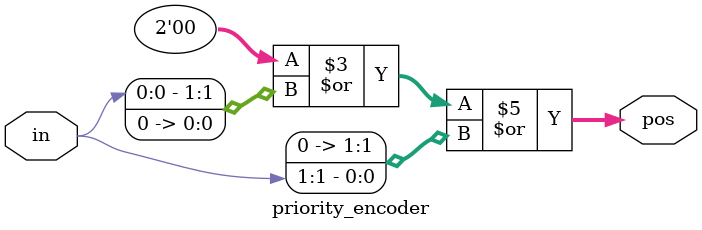
<source format=v>
module priority_encoder( 
input [2:0] in,
output reg [1:0] pos ); 
// When sel=1, assign b to out
assign pos = (in[1] << 2) | (in[0] << 1) | (in[1] << 0);
endmodule

</source>
